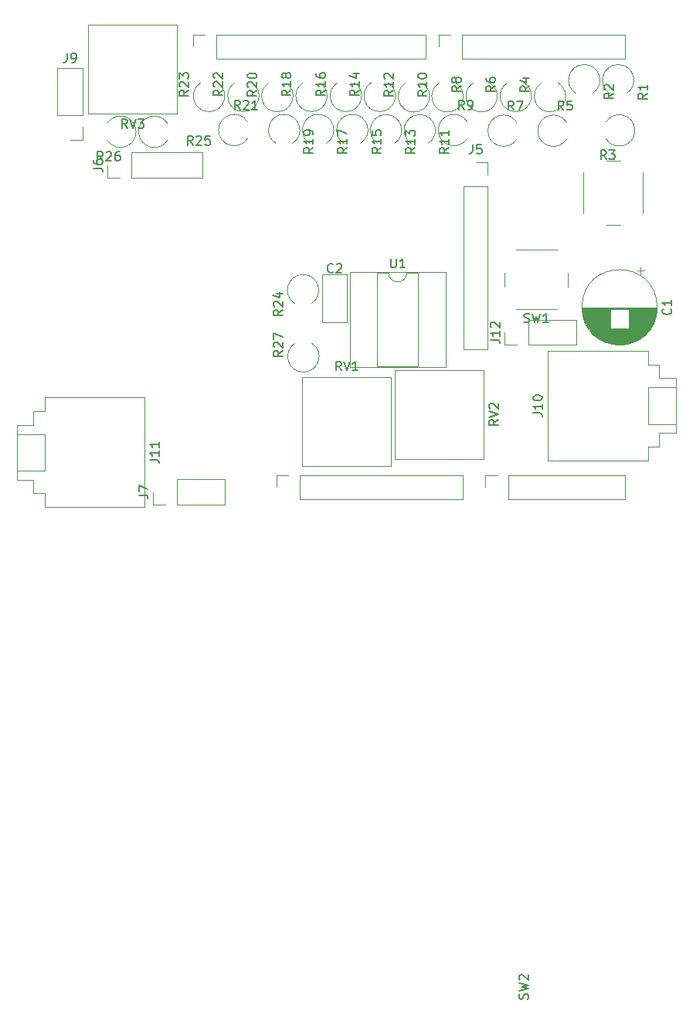
<source format=gbr>
%TF.GenerationSoftware,KiCad,Pcbnew,9.0.7*%
%TF.CreationDate,2026-02-04T15:49:08-07:00*%
%TF.ProjectId,Uno_Shield_DSP_Class_v1,556e6f5f-5368-4696-956c-645f4453505f,rev?*%
%TF.SameCoordinates,Original*%
%TF.FileFunction,Legend,Top*%
%TF.FilePolarity,Positive*%
%FSLAX46Y46*%
G04 Gerber Fmt 4.6, Leading zero omitted, Abs format (unit mm)*
G04 Created by KiCad (PCBNEW 9.0.7) date 2026-02-04 15:49:08*
%MOMM*%
%LPD*%
G01*
G04 APERTURE LIST*
%ADD10C,0.150000*%
%ADD11C,0.120000*%
G04 APERTURE END LIST*
D10*
X147170036Y-56069983D02*
X146836703Y-55593792D01*
X146598608Y-56069983D02*
X146598608Y-55069983D01*
X146598608Y-55069983D02*
X146979560Y-55069983D01*
X146979560Y-55069983D02*
X147074798Y-55117602D01*
X147074798Y-55117602D02*
X147122417Y-55165221D01*
X147122417Y-55165221D02*
X147170036Y-55260459D01*
X147170036Y-55260459D02*
X147170036Y-55403316D01*
X147170036Y-55403316D02*
X147122417Y-55498554D01*
X147122417Y-55498554D02*
X147074798Y-55546173D01*
X147074798Y-55546173D02*
X146979560Y-55593792D01*
X146979560Y-55593792D02*
X146598608Y-55593792D01*
X147646227Y-56069983D02*
X147836703Y-56069983D01*
X147836703Y-56069983D02*
X147931941Y-56022364D01*
X147931941Y-56022364D02*
X147979560Y-55974744D01*
X147979560Y-55974744D02*
X148074798Y-55831887D01*
X148074798Y-55831887D02*
X148122417Y-55641411D01*
X148122417Y-55641411D02*
X148122417Y-55260459D01*
X148122417Y-55260459D02*
X148074798Y-55165221D01*
X148074798Y-55165221D02*
X148027179Y-55117602D01*
X148027179Y-55117602D02*
X147931941Y-55069983D01*
X147931941Y-55069983D02*
X147741465Y-55069983D01*
X147741465Y-55069983D02*
X147646227Y-55117602D01*
X147646227Y-55117602D02*
X147598608Y-55165221D01*
X147598608Y-55165221D02*
X147550989Y-55260459D01*
X147550989Y-55260459D02*
X147550989Y-55498554D01*
X147550989Y-55498554D02*
X147598608Y-55593792D01*
X147598608Y-55593792D02*
X147646227Y-55641411D01*
X147646227Y-55641411D02*
X147741465Y-55689030D01*
X147741465Y-55689030D02*
X147931941Y-55689030D01*
X147931941Y-55689030D02*
X148027179Y-55641411D01*
X148027179Y-55641411D02*
X148074798Y-55593792D01*
X148074798Y-55593792D02*
X148122417Y-55498554D01*
X141800557Y-60269828D02*
X141324366Y-60603161D01*
X141800557Y-60841256D02*
X140800557Y-60841256D01*
X140800557Y-60841256D02*
X140800557Y-60460304D01*
X140800557Y-60460304D02*
X140848176Y-60365066D01*
X140848176Y-60365066D02*
X140895795Y-60317447D01*
X140895795Y-60317447D02*
X140991033Y-60269828D01*
X140991033Y-60269828D02*
X141133890Y-60269828D01*
X141133890Y-60269828D02*
X141229128Y-60317447D01*
X141229128Y-60317447D02*
X141276747Y-60365066D01*
X141276747Y-60365066D02*
X141324366Y-60460304D01*
X141324366Y-60460304D02*
X141324366Y-60841256D01*
X141800557Y-59317447D02*
X141800557Y-59888875D01*
X141800557Y-59603161D02*
X140800557Y-59603161D01*
X140800557Y-59603161D02*
X140943414Y-59698399D01*
X140943414Y-59698399D02*
X141038652Y-59793637D01*
X141038652Y-59793637D02*
X141086271Y-59888875D01*
X140800557Y-58984113D02*
X140800557Y-58365066D01*
X140800557Y-58365066D02*
X141181509Y-58698399D01*
X141181509Y-58698399D02*
X141181509Y-58555542D01*
X141181509Y-58555542D02*
X141229128Y-58460304D01*
X141229128Y-58460304D02*
X141276747Y-58412685D01*
X141276747Y-58412685D02*
X141371985Y-58365066D01*
X141371985Y-58365066D02*
X141610080Y-58365066D01*
X141610080Y-58365066D02*
X141705318Y-58412685D01*
X141705318Y-58412685D02*
X141752938Y-58460304D01*
X141752938Y-58460304D02*
X141800557Y-58555542D01*
X141800557Y-58555542D02*
X141800557Y-58841256D01*
X141800557Y-58841256D02*
X141752938Y-58936494D01*
X141752938Y-58936494D02*
X141705318Y-58984113D01*
X135660386Y-53969523D02*
X135184195Y-54302856D01*
X135660386Y-54540951D02*
X134660386Y-54540951D01*
X134660386Y-54540951D02*
X134660386Y-54159999D01*
X134660386Y-54159999D02*
X134708005Y-54064761D01*
X134708005Y-54064761D02*
X134755624Y-54017142D01*
X134755624Y-54017142D02*
X134850862Y-53969523D01*
X134850862Y-53969523D02*
X134993719Y-53969523D01*
X134993719Y-53969523D02*
X135088957Y-54017142D01*
X135088957Y-54017142D02*
X135136576Y-54064761D01*
X135136576Y-54064761D02*
X135184195Y-54159999D01*
X135184195Y-54159999D02*
X135184195Y-54540951D01*
X135660386Y-53017142D02*
X135660386Y-53588570D01*
X135660386Y-53302856D02*
X134660386Y-53302856D01*
X134660386Y-53302856D02*
X134803243Y-53398094D01*
X134803243Y-53398094D02*
X134898481Y-53493332D01*
X134898481Y-53493332D02*
X134946100Y-53588570D01*
X134993719Y-52159999D02*
X135660386Y-52159999D01*
X134612767Y-52398094D02*
X135327052Y-52636189D01*
X135327052Y-52636189D02*
X135327052Y-52017142D01*
X128192352Y-53969523D02*
X127716161Y-54302856D01*
X128192352Y-54540951D02*
X127192352Y-54540951D01*
X127192352Y-54540951D02*
X127192352Y-54159999D01*
X127192352Y-54159999D02*
X127239971Y-54064761D01*
X127239971Y-54064761D02*
X127287590Y-54017142D01*
X127287590Y-54017142D02*
X127382828Y-53969523D01*
X127382828Y-53969523D02*
X127525685Y-53969523D01*
X127525685Y-53969523D02*
X127620923Y-54017142D01*
X127620923Y-54017142D02*
X127668542Y-54064761D01*
X127668542Y-54064761D02*
X127716161Y-54159999D01*
X127716161Y-54159999D02*
X127716161Y-54540951D01*
X128192352Y-53017142D02*
X128192352Y-53588570D01*
X128192352Y-53302856D02*
X127192352Y-53302856D01*
X127192352Y-53302856D02*
X127335209Y-53398094D01*
X127335209Y-53398094D02*
X127430447Y-53493332D01*
X127430447Y-53493332D02*
X127478066Y-53588570D01*
X127620923Y-52445713D02*
X127573304Y-52540951D01*
X127573304Y-52540951D02*
X127525685Y-52588570D01*
X127525685Y-52588570D02*
X127430447Y-52636189D01*
X127430447Y-52636189D02*
X127382828Y-52636189D01*
X127382828Y-52636189D02*
X127287590Y-52588570D01*
X127287590Y-52588570D02*
X127239971Y-52540951D01*
X127239971Y-52540951D02*
X127192352Y-52445713D01*
X127192352Y-52445713D02*
X127192352Y-52255237D01*
X127192352Y-52255237D02*
X127239971Y-52159999D01*
X127239971Y-52159999D02*
X127287590Y-52112380D01*
X127287590Y-52112380D02*
X127382828Y-52064761D01*
X127382828Y-52064761D02*
X127430447Y-52064761D01*
X127430447Y-52064761D02*
X127525685Y-52112380D01*
X127525685Y-52112380D02*
X127573304Y-52159999D01*
X127573304Y-52159999D02*
X127620923Y-52255237D01*
X127620923Y-52255237D02*
X127620923Y-52445713D01*
X127620923Y-52445713D02*
X127668542Y-52540951D01*
X127668542Y-52540951D02*
X127716161Y-52588570D01*
X127716161Y-52588570D02*
X127811399Y-52636189D01*
X127811399Y-52636189D02*
X128001875Y-52636189D01*
X128001875Y-52636189D02*
X128097113Y-52588570D01*
X128097113Y-52588570D02*
X128144733Y-52540951D01*
X128144733Y-52540951D02*
X128192352Y-52445713D01*
X128192352Y-52445713D02*
X128192352Y-52255237D01*
X128192352Y-52255237D02*
X128144733Y-52159999D01*
X128144733Y-52159999D02*
X128097113Y-52112380D01*
X128097113Y-52112380D02*
X128001875Y-52064761D01*
X128001875Y-52064761D02*
X127811399Y-52064761D01*
X127811399Y-52064761D02*
X127716161Y-52112380D01*
X127716161Y-52112380D02*
X127668542Y-52159999D01*
X127668542Y-52159999D02*
X127620923Y-52255237D01*
X154328591Y-53527813D02*
X153852400Y-53861146D01*
X154328591Y-54099241D02*
X153328591Y-54099241D01*
X153328591Y-54099241D02*
X153328591Y-53718289D01*
X153328591Y-53718289D02*
X153376210Y-53623051D01*
X153376210Y-53623051D02*
X153423829Y-53575432D01*
X153423829Y-53575432D02*
X153519067Y-53527813D01*
X153519067Y-53527813D02*
X153661924Y-53527813D01*
X153661924Y-53527813D02*
X153757162Y-53575432D01*
X153757162Y-53575432D02*
X153804781Y-53623051D01*
X153804781Y-53623051D02*
X153852400Y-53718289D01*
X153852400Y-53718289D02*
X153852400Y-54099241D01*
X153661924Y-52670670D02*
X154328591Y-52670670D01*
X153280972Y-52908765D02*
X153995257Y-53146860D01*
X153995257Y-53146860D02*
X153995257Y-52527813D01*
X138103756Y-60245018D02*
X137627565Y-60578351D01*
X138103756Y-60816446D02*
X137103756Y-60816446D01*
X137103756Y-60816446D02*
X137103756Y-60435494D01*
X137103756Y-60435494D02*
X137151375Y-60340256D01*
X137151375Y-60340256D02*
X137198994Y-60292637D01*
X137198994Y-60292637D02*
X137294232Y-60245018D01*
X137294232Y-60245018D02*
X137437089Y-60245018D01*
X137437089Y-60245018D02*
X137532327Y-60292637D01*
X137532327Y-60292637D02*
X137579946Y-60340256D01*
X137579946Y-60340256D02*
X137627565Y-60435494D01*
X137627565Y-60435494D02*
X137627565Y-60816446D01*
X138103756Y-59292637D02*
X138103756Y-59864065D01*
X138103756Y-59578351D02*
X137103756Y-59578351D01*
X137103756Y-59578351D02*
X137246613Y-59673589D01*
X137246613Y-59673589D02*
X137341851Y-59768827D01*
X137341851Y-59768827D02*
X137389470Y-59864065D01*
X137103756Y-58387875D02*
X137103756Y-58864065D01*
X137103756Y-58864065D02*
X137579946Y-58911684D01*
X137579946Y-58911684D02*
X137532327Y-58864065D01*
X137532327Y-58864065D02*
X137484708Y-58768827D01*
X137484708Y-58768827D02*
X137484708Y-58530732D01*
X137484708Y-58530732D02*
X137532327Y-58435494D01*
X137532327Y-58435494D02*
X137579946Y-58387875D01*
X137579946Y-58387875D02*
X137675184Y-58340256D01*
X137675184Y-58340256D02*
X137913279Y-58340256D01*
X137913279Y-58340256D02*
X138008517Y-58387875D01*
X138008517Y-58387875D02*
X138056137Y-58435494D01*
X138056137Y-58435494D02*
X138103756Y-58530732D01*
X138103756Y-58530732D02*
X138103756Y-58768827D01*
X138103756Y-58768827D02*
X138056137Y-58864065D01*
X138056137Y-58864065D02*
X138008517Y-58911684D01*
X130635722Y-60245018D02*
X130159531Y-60578351D01*
X130635722Y-60816446D02*
X129635722Y-60816446D01*
X129635722Y-60816446D02*
X129635722Y-60435494D01*
X129635722Y-60435494D02*
X129683341Y-60340256D01*
X129683341Y-60340256D02*
X129730960Y-60292637D01*
X129730960Y-60292637D02*
X129826198Y-60245018D01*
X129826198Y-60245018D02*
X129969055Y-60245018D01*
X129969055Y-60245018D02*
X130064293Y-60292637D01*
X130064293Y-60292637D02*
X130111912Y-60340256D01*
X130111912Y-60340256D02*
X130159531Y-60435494D01*
X130159531Y-60435494D02*
X130159531Y-60816446D01*
X130635722Y-59292637D02*
X130635722Y-59864065D01*
X130635722Y-59578351D02*
X129635722Y-59578351D01*
X129635722Y-59578351D02*
X129778579Y-59673589D01*
X129778579Y-59673589D02*
X129873817Y-59768827D01*
X129873817Y-59768827D02*
X129921436Y-59864065D01*
X130635722Y-58816446D02*
X130635722Y-58625970D01*
X130635722Y-58625970D02*
X130588103Y-58530732D01*
X130588103Y-58530732D02*
X130540483Y-58483113D01*
X130540483Y-58483113D02*
X130397626Y-58387875D01*
X130397626Y-58387875D02*
X130207150Y-58340256D01*
X130207150Y-58340256D02*
X129826198Y-58340256D01*
X129826198Y-58340256D02*
X129730960Y-58387875D01*
X129730960Y-58387875D02*
X129683341Y-58435494D01*
X129683341Y-58435494D02*
X129635722Y-58530732D01*
X129635722Y-58530732D02*
X129635722Y-58721208D01*
X129635722Y-58721208D02*
X129683341Y-58816446D01*
X129683341Y-58816446D02*
X129730960Y-58864065D01*
X129730960Y-58864065D02*
X129826198Y-58911684D01*
X129826198Y-58911684D02*
X130064293Y-58911684D01*
X130064293Y-58911684D02*
X130159531Y-58864065D01*
X130159531Y-58864065D02*
X130207150Y-58816446D01*
X130207150Y-58816446D02*
X130254769Y-58721208D01*
X130254769Y-58721208D02*
X130254769Y-58530732D01*
X130254769Y-58530732D02*
X130207150Y-58435494D01*
X130207150Y-58435494D02*
X130159531Y-58387875D01*
X130159531Y-58387875D02*
X130064293Y-58340256D01*
X132833333Y-73859580D02*
X132785714Y-73907200D01*
X132785714Y-73907200D02*
X132642857Y-73954819D01*
X132642857Y-73954819D02*
X132547619Y-73954819D01*
X132547619Y-73954819D02*
X132404762Y-73907200D01*
X132404762Y-73907200D02*
X132309524Y-73811961D01*
X132309524Y-73811961D02*
X132261905Y-73716723D01*
X132261905Y-73716723D02*
X132214286Y-73526247D01*
X132214286Y-73526247D02*
X132214286Y-73383390D01*
X132214286Y-73383390D02*
X132261905Y-73192914D01*
X132261905Y-73192914D02*
X132309524Y-73097676D01*
X132309524Y-73097676D02*
X132404762Y-73002438D01*
X132404762Y-73002438D02*
X132547619Y-72954819D01*
X132547619Y-72954819D02*
X132642857Y-72954819D01*
X132642857Y-72954819D02*
X132785714Y-73002438D01*
X132785714Y-73002438D02*
X132833333Y-73050057D01*
X133214286Y-73050057D02*
X133261905Y-73002438D01*
X133261905Y-73002438D02*
X133357143Y-72954819D01*
X133357143Y-72954819D02*
X133595238Y-72954819D01*
X133595238Y-72954819D02*
X133690476Y-73002438D01*
X133690476Y-73002438D02*
X133738095Y-73050057D01*
X133738095Y-73050057D02*
X133785714Y-73145295D01*
X133785714Y-73145295D02*
X133785714Y-73240533D01*
X133785714Y-73240533D02*
X133738095Y-73383390D01*
X133738095Y-73383390D02*
X133166667Y-73954819D01*
X133166667Y-73954819D02*
X133785714Y-73954819D01*
X152608314Y-56144416D02*
X152274981Y-55668225D01*
X152036886Y-56144416D02*
X152036886Y-55144416D01*
X152036886Y-55144416D02*
X152417838Y-55144416D01*
X152417838Y-55144416D02*
X152513076Y-55192035D01*
X152513076Y-55192035D02*
X152560695Y-55239654D01*
X152560695Y-55239654D02*
X152608314Y-55334892D01*
X152608314Y-55334892D02*
X152608314Y-55477749D01*
X152608314Y-55477749D02*
X152560695Y-55572987D01*
X152560695Y-55572987D02*
X152513076Y-55620606D01*
X152513076Y-55620606D02*
X152417838Y-55668225D01*
X152417838Y-55668225D02*
X152036886Y-55668225D01*
X152941648Y-55144416D02*
X153608314Y-55144416D01*
X153608314Y-55144416D02*
X153179743Y-56144416D01*
X122617947Y-56071815D02*
X122284614Y-55595624D01*
X122046519Y-56071815D02*
X122046519Y-55071815D01*
X122046519Y-55071815D02*
X122427471Y-55071815D01*
X122427471Y-55071815D02*
X122522709Y-55119434D01*
X122522709Y-55119434D02*
X122570328Y-55167053D01*
X122570328Y-55167053D02*
X122617947Y-55262291D01*
X122617947Y-55262291D02*
X122617947Y-55405148D01*
X122617947Y-55405148D02*
X122570328Y-55500386D01*
X122570328Y-55500386D02*
X122522709Y-55548005D01*
X122522709Y-55548005D02*
X122427471Y-55595624D01*
X122427471Y-55595624D02*
X122046519Y-55595624D01*
X122998900Y-55167053D02*
X123046519Y-55119434D01*
X123046519Y-55119434D02*
X123141757Y-55071815D01*
X123141757Y-55071815D02*
X123379852Y-55071815D01*
X123379852Y-55071815D02*
X123475090Y-55119434D01*
X123475090Y-55119434D02*
X123522709Y-55167053D01*
X123522709Y-55167053D02*
X123570328Y-55262291D01*
X123570328Y-55262291D02*
X123570328Y-55357529D01*
X123570328Y-55357529D02*
X123522709Y-55500386D01*
X123522709Y-55500386D02*
X122951281Y-56071815D01*
X122951281Y-56071815D02*
X123570328Y-56071815D01*
X124522709Y-56071815D02*
X123951281Y-56071815D01*
X124236995Y-56071815D02*
X124236995Y-55071815D01*
X124236995Y-55071815D02*
X124141757Y-55214672D01*
X124141757Y-55214672D02*
X124046519Y-55309910D01*
X124046519Y-55309910D02*
X123951281Y-55357529D01*
X154152291Y-153523478D02*
X154199910Y-153380621D01*
X154199910Y-153380621D02*
X154199910Y-153142526D01*
X154199910Y-153142526D02*
X154152291Y-153047288D01*
X154152291Y-153047288D02*
X154104671Y-152999669D01*
X154104671Y-152999669D02*
X154009433Y-152952050D01*
X154009433Y-152952050D02*
X153914195Y-152952050D01*
X153914195Y-152952050D02*
X153818957Y-152999669D01*
X153818957Y-152999669D02*
X153771338Y-153047288D01*
X153771338Y-153047288D02*
X153723719Y-153142526D01*
X153723719Y-153142526D02*
X153676100Y-153333002D01*
X153676100Y-153333002D02*
X153628481Y-153428240D01*
X153628481Y-153428240D02*
X153580862Y-153475859D01*
X153580862Y-153475859D02*
X153485624Y-153523478D01*
X153485624Y-153523478D02*
X153390386Y-153523478D01*
X153390386Y-153523478D02*
X153295148Y-153475859D01*
X153295148Y-153475859D02*
X153247529Y-153428240D01*
X153247529Y-153428240D02*
X153199910Y-153333002D01*
X153199910Y-153333002D02*
X153199910Y-153094907D01*
X153199910Y-153094907D02*
X153247529Y-152952050D01*
X153199910Y-152618716D02*
X154199910Y-152380621D01*
X154199910Y-152380621D02*
X153485624Y-152190145D01*
X153485624Y-152190145D02*
X154199910Y-151999669D01*
X154199910Y-151999669D02*
X153199910Y-151761574D01*
X153295148Y-151428240D02*
X153247529Y-151380621D01*
X153247529Y-151380621D02*
X153199910Y-151285383D01*
X153199910Y-151285383D02*
X153199910Y-151047288D01*
X153199910Y-151047288D02*
X153247529Y-150952050D01*
X153247529Y-150952050D02*
X153295148Y-150904431D01*
X153295148Y-150904431D02*
X153390386Y-150856812D01*
X153390386Y-150856812D02*
X153485624Y-150856812D01*
X153485624Y-150856812D02*
X153628481Y-150904431D01*
X153628481Y-150904431D02*
X154199910Y-151475859D01*
X154199910Y-151475859D02*
X154199910Y-150856812D01*
X124445930Y-53994334D02*
X123969739Y-54327667D01*
X124445930Y-54565762D02*
X123445930Y-54565762D01*
X123445930Y-54565762D02*
X123445930Y-54184810D01*
X123445930Y-54184810D02*
X123493549Y-54089572D01*
X123493549Y-54089572D02*
X123541168Y-54041953D01*
X123541168Y-54041953D02*
X123636406Y-53994334D01*
X123636406Y-53994334D02*
X123779263Y-53994334D01*
X123779263Y-53994334D02*
X123874501Y-54041953D01*
X123874501Y-54041953D02*
X123922120Y-54089572D01*
X123922120Y-54089572D02*
X123969739Y-54184810D01*
X123969739Y-54184810D02*
X123969739Y-54565762D01*
X123541168Y-53613381D02*
X123493549Y-53565762D01*
X123493549Y-53565762D02*
X123445930Y-53470524D01*
X123445930Y-53470524D02*
X123445930Y-53232429D01*
X123445930Y-53232429D02*
X123493549Y-53137191D01*
X123493549Y-53137191D02*
X123541168Y-53089572D01*
X123541168Y-53089572D02*
X123636406Y-53041953D01*
X123636406Y-53041953D02*
X123731644Y-53041953D01*
X123731644Y-53041953D02*
X123874501Y-53089572D01*
X123874501Y-53089572D02*
X124445930Y-53661000D01*
X124445930Y-53661000D02*
X124445930Y-53041953D01*
X123445930Y-52422905D02*
X123445930Y-52327667D01*
X123445930Y-52327667D02*
X123493549Y-52232429D01*
X123493549Y-52232429D02*
X123541168Y-52184810D01*
X123541168Y-52184810D02*
X123636406Y-52137191D01*
X123636406Y-52137191D02*
X123826882Y-52089572D01*
X123826882Y-52089572D02*
X124064977Y-52089572D01*
X124064977Y-52089572D02*
X124255453Y-52137191D01*
X124255453Y-52137191D02*
X124350691Y-52184810D01*
X124350691Y-52184810D02*
X124398311Y-52232429D01*
X124398311Y-52232429D02*
X124445930Y-52327667D01*
X124445930Y-52327667D02*
X124445930Y-52422905D01*
X124445930Y-52422905D02*
X124398311Y-52518143D01*
X124398311Y-52518143D02*
X124350691Y-52565762D01*
X124350691Y-52565762D02*
X124255453Y-52613381D01*
X124255453Y-52613381D02*
X124064977Y-52661000D01*
X124064977Y-52661000D02*
X123826882Y-52661000D01*
X123826882Y-52661000D02*
X123636406Y-52613381D01*
X123636406Y-52613381D02*
X123541168Y-52565762D01*
X123541168Y-52565762D02*
X123493549Y-52518143D01*
X123493549Y-52518143D02*
X123445930Y-52422905D01*
X150582169Y-53503002D02*
X150105978Y-53836335D01*
X150582169Y-54074430D02*
X149582169Y-54074430D01*
X149582169Y-54074430D02*
X149582169Y-53693478D01*
X149582169Y-53693478D02*
X149629788Y-53598240D01*
X149629788Y-53598240D02*
X149677407Y-53550621D01*
X149677407Y-53550621D02*
X149772645Y-53503002D01*
X149772645Y-53503002D02*
X149915502Y-53503002D01*
X149915502Y-53503002D02*
X150010740Y-53550621D01*
X150010740Y-53550621D02*
X150058359Y-53598240D01*
X150058359Y-53598240D02*
X150105978Y-53693478D01*
X150105978Y-53693478D02*
X150105978Y-54074430D01*
X149582169Y-52645859D02*
X149582169Y-52836335D01*
X149582169Y-52836335D02*
X149629788Y-52931573D01*
X149629788Y-52931573D02*
X149677407Y-52979192D01*
X149677407Y-52979192D02*
X149820264Y-53074430D01*
X149820264Y-53074430D02*
X150010740Y-53122049D01*
X150010740Y-53122049D02*
X150391692Y-53122049D01*
X150391692Y-53122049D02*
X150486930Y-53074430D01*
X150486930Y-53074430D02*
X150534550Y-53026811D01*
X150534550Y-53026811D02*
X150582169Y-52931573D01*
X150582169Y-52931573D02*
X150582169Y-52741097D01*
X150582169Y-52741097D02*
X150534550Y-52645859D01*
X150534550Y-52645859D02*
X150486930Y-52598240D01*
X150486930Y-52598240D02*
X150391692Y-52550621D01*
X150391692Y-52550621D02*
X150153597Y-52550621D01*
X150153597Y-52550621D02*
X150058359Y-52598240D01*
X150058359Y-52598240D02*
X150010740Y-52645859D01*
X150010740Y-52645859D02*
X149963121Y-52741097D01*
X149963121Y-52741097D02*
X149963121Y-52931573D01*
X149963121Y-52931573D02*
X150010740Y-53026811D01*
X150010740Y-53026811D02*
X150058359Y-53074430D01*
X150058359Y-53074430D02*
X150153597Y-53122049D01*
X111534819Y-98333333D02*
X112249104Y-98333333D01*
X112249104Y-98333333D02*
X112391961Y-98380952D01*
X112391961Y-98380952D02*
X112487200Y-98476190D01*
X112487200Y-98476190D02*
X112534819Y-98619047D01*
X112534819Y-98619047D02*
X112534819Y-98714285D01*
X111534819Y-97952380D02*
X111534819Y-97285714D01*
X111534819Y-97285714D02*
X112534819Y-97714285D01*
X143096894Y-54015360D02*
X142620703Y-54348693D01*
X143096894Y-54586788D02*
X142096894Y-54586788D01*
X142096894Y-54586788D02*
X142096894Y-54205836D01*
X142096894Y-54205836D02*
X142144513Y-54110598D01*
X142144513Y-54110598D02*
X142192132Y-54062979D01*
X142192132Y-54062979D02*
X142287370Y-54015360D01*
X142287370Y-54015360D02*
X142430227Y-54015360D01*
X142430227Y-54015360D02*
X142525465Y-54062979D01*
X142525465Y-54062979D02*
X142573084Y-54110598D01*
X142573084Y-54110598D02*
X142620703Y-54205836D01*
X142620703Y-54205836D02*
X142620703Y-54586788D01*
X143096894Y-53062979D02*
X143096894Y-53634407D01*
X143096894Y-53348693D02*
X142096894Y-53348693D01*
X142096894Y-53348693D02*
X142239751Y-53443931D01*
X142239751Y-53443931D02*
X142334989Y-53539169D01*
X142334989Y-53539169D02*
X142382608Y-53634407D01*
X142096894Y-52443931D02*
X142096894Y-52348693D01*
X142096894Y-52348693D02*
X142144513Y-52253455D01*
X142144513Y-52253455D02*
X142192132Y-52205836D01*
X142192132Y-52205836D02*
X142287370Y-52158217D01*
X142287370Y-52158217D02*
X142477846Y-52110598D01*
X142477846Y-52110598D02*
X142715941Y-52110598D01*
X142715941Y-52110598D02*
X142906417Y-52158217D01*
X142906417Y-52158217D02*
X143001655Y-52205836D01*
X143001655Y-52205836D02*
X143049275Y-52253455D01*
X143049275Y-52253455D02*
X143096894Y-52348693D01*
X143096894Y-52348693D02*
X143096894Y-52443931D01*
X143096894Y-52443931D02*
X143049275Y-52539169D01*
X143049275Y-52539169D02*
X143001655Y-52586788D01*
X143001655Y-52586788D02*
X142906417Y-52634407D01*
X142906417Y-52634407D02*
X142715941Y-52682026D01*
X142715941Y-52682026D02*
X142477846Y-52682026D01*
X142477846Y-52682026D02*
X142287370Y-52634407D01*
X142287370Y-52634407D02*
X142192132Y-52586788D01*
X142192132Y-52586788D02*
X142144513Y-52539169D01*
X142144513Y-52539169D02*
X142096894Y-52443931D01*
X148124083Y-59922044D02*
X148124083Y-60636329D01*
X148124083Y-60636329D02*
X148076464Y-60779186D01*
X148076464Y-60779186D02*
X147981226Y-60874425D01*
X147981226Y-60874425D02*
X147838369Y-60922044D01*
X147838369Y-60922044D02*
X147743131Y-60922044D01*
X149076464Y-59922044D02*
X148600274Y-59922044D01*
X148600274Y-59922044D02*
X148552655Y-60398234D01*
X148552655Y-60398234D02*
X148600274Y-60350615D01*
X148600274Y-60350615D02*
X148695512Y-60302996D01*
X148695512Y-60302996D02*
X148933607Y-60302996D01*
X148933607Y-60302996D02*
X149028845Y-60350615D01*
X149028845Y-60350615D02*
X149076464Y-60398234D01*
X149076464Y-60398234D02*
X149124083Y-60493472D01*
X149124083Y-60493472D02*
X149124083Y-60731567D01*
X149124083Y-60731567D02*
X149076464Y-60826805D01*
X149076464Y-60826805D02*
X149028845Y-60874425D01*
X149028845Y-60874425D02*
X148933607Y-60922044D01*
X148933607Y-60922044D02*
X148695512Y-60922044D01*
X148695512Y-60922044D02*
X148600274Y-60874425D01*
X148600274Y-60874425D02*
X148552655Y-60826805D01*
X107596665Y-61697895D02*
X107263332Y-61221704D01*
X107025237Y-61697895D02*
X107025237Y-60697895D01*
X107025237Y-60697895D02*
X107406189Y-60697895D01*
X107406189Y-60697895D02*
X107501427Y-60745514D01*
X107501427Y-60745514D02*
X107549046Y-60793133D01*
X107549046Y-60793133D02*
X107596665Y-60888371D01*
X107596665Y-60888371D02*
X107596665Y-61031228D01*
X107596665Y-61031228D02*
X107549046Y-61126466D01*
X107549046Y-61126466D02*
X107501427Y-61174085D01*
X107501427Y-61174085D02*
X107406189Y-61221704D01*
X107406189Y-61221704D02*
X107025237Y-61221704D01*
X107977618Y-60793133D02*
X108025237Y-60745514D01*
X108025237Y-60745514D02*
X108120475Y-60697895D01*
X108120475Y-60697895D02*
X108358570Y-60697895D01*
X108358570Y-60697895D02*
X108453808Y-60745514D01*
X108453808Y-60745514D02*
X108501427Y-60793133D01*
X108501427Y-60793133D02*
X108549046Y-60888371D01*
X108549046Y-60888371D02*
X108549046Y-60983609D01*
X108549046Y-60983609D02*
X108501427Y-61126466D01*
X108501427Y-61126466D02*
X107929999Y-61697895D01*
X107929999Y-61697895D02*
X108549046Y-61697895D01*
X109406189Y-60697895D02*
X109215713Y-60697895D01*
X109215713Y-60697895D02*
X109120475Y-60745514D01*
X109120475Y-60745514D02*
X109072856Y-60793133D01*
X109072856Y-60793133D02*
X108977618Y-60935990D01*
X108977618Y-60935990D02*
X108929999Y-61126466D01*
X108929999Y-61126466D02*
X108929999Y-61507418D01*
X108929999Y-61507418D02*
X108977618Y-61602656D01*
X108977618Y-61602656D02*
X109025237Y-61650276D01*
X109025237Y-61650276D02*
X109120475Y-61697895D01*
X109120475Y-61697895D02*
X109310951Y-61697895D01*
X109310951Y-61697895D02*
X109406189Y-61650276D01*
X109406189Y-61650276D02*
X109453808Y-61602656D01*
X109453808Y-61602656D02*
X109501427Y-61507418D01*
X109501427Y-61507418D02*
X109501427Y-61269323D01*
X109501427Y-61269323D02*
X109453808Y-61174085D01*
X109453808Y-61174085D02*
X109406189Y-61126466D01*
X109406189Y-61126466D02*
X109310951Y-61078847D01*
X109310951Y-61078847D02*
X109120475Y-61078847D01*
X109120475Y-61078847D02*
X109025237Y-61126466D01*
X109025237Y-61126466D02*
X108977618Y-61174085D01*
X108977618Y-61174085D02*
X108929999Y-61269323D01*
X112744479Y-94449110D02*
X113458764Y-94449110D01*
X113458764Y-94449110D02*
X113601621Y-94496729D01*
X113601621Y-94496729D02*
X113696860Y-94591967D01*
X113696860Y-94591967D02*
X113744479Y-94734824D01*
X113744479Y-94734824D02*
X113744479Y-94830062D01*
X113744479Y-93449110D02*
X113744479Y-94020538D01*
X113744479Y-93734824D02*
X112744479Y-93734824D01*
X112744479Y-93734824D02*
X112887336Y-93830062D01*
X112887336Y-93830062D02*
X112982574Y-93925300D01*
X112982574Y-93925300D02*
X113030193Y-94020538D01*
X113744479Y-92496729D02*
X113744479Y-93068157D01*
X113744479Y-92782443D02*
X112744479Y-92782443D01*
X112744479Y-92782443D02*
X112887336Y-92877681D01*
X112887336Y-92877681D02*
X112982574Y-92972919D01*
X112982574Y-92972919D02*
X113030193Y-93068157D01*
X158074358Y-56144416D02*
X157741025Y-55668225D01*
X157502930Y-56144416D02*
X157502930Y-55144416D01*
X157502930Y-55144416D02*
X157883882Y-55144416D01*
X157883882Y-55144416D02*
X157979120Y-55192035D01*
X157979120Y-55192035D02*
X158026739Y-55239654D01*
X158026739Y-55239654D02*
X158074358Y-55334892D01*
X158074358Y-55334892D02*
X158074358Y-55477749D01*
X158074358Y-55477749D02*
X158026739Y-55572987D01*
X158026739Y-55572987D02*
X157979120Y-55620606D01*
X157979120Y-55620606D02*
X157883882Y-55668225D01*
X157883882Y-55668225D02*
X157502930Y-55668225D01*
X158979120Y-55144416D02*
X158502930Y-55144416D01*
X158502930Y-55144416D02*
X158455311Y-55620606D01*
X158455311Y-55620606D02*
X158502930Y-55572987D01*
X158502930Y-55572987D02*
X158598168Y-55525368D01*
X158598168Y-55525368D02*
X158836263Y-55525368D01*
X158836263Y-55525368D02*
X158931501Y-55572987D01*
X158931501Y-55572987D02*
X158979120Y-55620606D01*
X158979120Y-55620606D02*
X159026739Y-55715844D01*
X159026739Y-55715844D02*
X159026739Y-55953939D01*
X159026739Y-55953939D02*
X158979120Y-56049177D01*
X158979120Y-56049177D02*
X158931501Y-56096797D01*
X158931501Y-56096797D02*
X158836263Y-56144416D01*
X158836263Y-56144416D02*
X158598168Y-56144416D01*
X158598168Y-56144416D02*
X158502930Y-56096797D01*
X158502930Y-56096797D02*
X158455311Y-56049177D01*
X169825916Y-77916666D02*
X169873536Y-77964285D01*
X169873536Y-77964285D02*
X169921155Y-78107142D01*
X169921155Y-78107142D02*
X169921155Y-78202380D01*
X169921155Y-78202380D02*
X169873536Y-78345237D01*
X169873536Y-78345237D02*
X169778297Y-78440475D01*
X169778297Y-78440475D02*
X169683059Y-78488094D01*
X169683059Y-78488094D02*
X169492583Y-78535713D01*
X169492583Y-78535713D02*
X169349726Y-78535713D01*
X169349726Y-78535713D02*
X169159250Y-78488094D01*
X169159250Y-78488094D02*
X169064012Y-78440475D01*
X169064012Y-78440475D02*
X168968774Y-78345237D01*
X168968774Y-78345237D02*
X168921155Y-78202380D01*
X168921155Y-78202380D02*
X168921155Y-78107142D01*
X168921155Y-78107142D02*
X168968774Y-77964285D01*
X168968774Y-77964285D02*
X169016393Y-77916666D01*
X169921155Y-76964285D02*
X169921155Y-77535713D01*
X169921155Y-77249999D02*
X168921155Y-77249999D01*
X168921155Y-77249999D02*
X169064012Y-77345237D01*
X169064012Y-77345237D02*
X169159250Y-77440475D01*
X169159250Y-77440475D02*
X169206869Y-77535713D01*
X127292495Y-78041424D02*
X126816304Y-78374757D01*
X127292495Y-78612852D02*
X126292495Y-78612852D01*
X126292495Y-78612852D02*
X126292495Y-78231900D01*
X126292495Y-78231900D02*
X126340114Y-78136662D01*
X126340114Y-78136662D02*
X126387733Y-78089043D01*
X126387733Y-78089043D02*
X126482971Y-78041424D01*
X126482971Y-78041424D02*
X126625828Y-78041424D01*
X126625828Y-78041424D02*
X126721066Y-78089043D01*
X126721066Y-78089043D02*
X126768685Y-78136662D01*
X126768685Y-78136662D02*
X126816304Y-78231900D01*
X126816304Y-78231900D02*
X126816304Y-78612852D01*
X126387733Y-77660471D02*
X126340114Y-77612852D01*
X126340114Y-77612852D02*
X126292495Y-77517614D01*
X126292495Y-77517614D02*
X126292495Y-77279519D01*
X126292495Y-77279519D02*
X126340114Y-77184281D01*
X126340114Y-77184281D02*
X126387733Y-77136662D01*
X126387733Y-77136662D02*
X126482971Y-77089043D01*
X126482971Y-77089043D02*
X126578209Y-77089043D01*
X126578209Y-77089043D02*
X126721066Y-77136662D01*
X126721066Y-77136662D02*
X127292495Y-77708090D01*
X127292495Y-77708090D02*
X127292495Y-77089043D01*
X126625828Y-76231900D02*
X127292495Y-76231900D01*
X126244876Y-76469995D02*
X126959161Y-76708090D01*
X126959161Y-76708090D02*
X126959161Y-76089043D01*
X139406809Y-54019145D02*
X138930618Y-54352478D01*
X139406809Y-54590573D02*
X138406809Y-54590573D01*
X138406809Y-54590573D02*
X138406809Y-54209621D01*
X138406809Y-54209621D02*
X138454428Y-54114383D01*
X138454428Y-54114383D02*
X138502047Y-54066764D01*
X138502047Y-54066764D02*
X138597285Y-54019145D01*
X138597285Y-54019145D02*
X138740142Y-54019145D01*
X138740142Y-54019145D02*
X138835380Y-54066764D01*
X138835380Y-54066764D02*
X138882999Y-54114383D01*
X138882999Y-54114383D02*
X138930618Y-54209621D01*
X138930618Y-54209621D02*
X138930618Y-54590573D01*
X139406809Y-53066764D02*
X139406809Y-53638192D01*
X139406809Y-53352478D02*
X138406809Y-53352478D01*
X138406809Y-53352478D02*
X138549666Y-53447716D01*
X138549666Y-53447716D02*
X138644904Y-53542954D01*
X138644904Y-53542954D02*
X138692523Y-53638192D01*
X138502047Y-52685811D02*
X138454428Y-52638192D01*
X138454428Y-52638192D02*
X138406809Y-52542954D01*
X138406809Y-52542954D02*
X138406809Y-52304859D01*
X138406809Y-52304859D02*
X138454428Y-52209621D01*
X138454428Y-52209621D02*
X138502047Y-52162002D01*
X138502047Y-52162002D02*
X138597285Y-52114383D01*
X138597285Y-52114383D02*
X138692523Y-52114383D01*
X138692523Y-52114383D02*
X138835380Y-52162002D01*
X138835380Y-52162002D02*
X139406809Y-52733430D01*
X139406809Y-52733430D02*
X139406809Y-52114383D01*
X153759822Y-79374240D02*
X153902679Y-79421859D01*
X153902679Y-79421859D02*
X154140774Y-79421859D01*
X154140774Y-79421859D02*
X154236012Y-79374240D01*
X154236012Y-79374240D02*
X154283631Y-79326620D01*
X154283631Y-79326620D02*
X154331250Y-79231382D01*
X154331250Y-79231382D02*
X154331250Y-79136144D01*
X154331250Y-79136144D02*
X154283631Y-79040906D01*
X154283631Y-79040906D02*
X154236012Y-78993287D01*
X154236012Y-78993287D02*
X154140774Y-78945668D01*
X154140774Y-78945668D02*
X153950298Y-78898049D01*
X153950298Y-78898049D02*
X153855060Y-78850430D01*
X153855060Y-78850430D02*
X153807441Y-78802811D01*
X153807441Y-78802811D02*
X153759822Y-78707573D01*
X153759822Y-78707573D02*
X153759822Y-78612335D01*
X153759822Y-78612335D02*
X153807441Y-78517097D01*
X153807441Y-78517097D02*
X153855060Y-78469478D01*
X153855060Y-78469478D02*
X153950298Y-78421859D01*
X153950298Y-78421859D02*
X154188393Y-78421859D01*
X154188393Y-78421859D02*
X154331250Y-78469478D01*
X154664584Y-78421859D02*
X154902679Y-79421859D01*
X154902679Y-79421859D02*
X155093155Y-78707573D01*
X155093155Y-78707573D02*
X155283631Y-79421859D01*
X155283631Y-79421859D02*
X155521727Y-78421859D01*
X156426488Y-79421859D02*
X155855060Y-79421859D01*
X156140774Y-79421859D02*
X156140774Y-78421859D01*
X156140774Y-78421859D02*
X156045536Y-78564716D01*
X156045536Y-78564716D02*
X155950298Y-78659954D01*
X155950298Y-78659954D02*
X155855060Y-78707573D01*
X145497358Y-60269828D02*
X145021167Y-60603161D01*
X145497358Y-60841256D02*
X144497358Y-60841256D01*
X144497358Y-60841256D02*
X144497358Y-60460304D01*
X144497358Y-60460304D02*
X144544977Y-60365066D01*
X144544977Y-60365066D02*
X144592596Y-60317447D01*
X144592596Y-60317447D02*
X144687834Y-60269828D01*
X144687834Y-60269828D02*
X144830691Y-60269828D01*
X144830691Y-60269828D02*
X144925929Y-60317447D01*
X144925929Y-60317447D02*
X144973548Y-60365066D01*
X144973548Y-60365066D02*
X145021167Y-60460304D01*
X145021167Y-60460304D02*
X145021167Y-60841256D01*
X145497358Y-59317447D02*
X145497358Y-59888875D01*
X145497358Y-59603161D02*
X144497358Y-59603161D01*
X144497358Y-59603161D02*
X144640215Y-59698399D01*
X144640215Y-59698399D02*
X144735453Y-59793637D01*
X144735453Y-59793637D02*
X144783072Y-59888875D01*
X145497358Y-58365066D02*
X145497358Y-58936494D01*
X145497358Y-58650780D02*
X144497358Y-58650780D01*
X144497358Y-58650780D02*
X144640215Y-58746018D01*
X144640215Y-58746018D02*
X144735453Y-58841256D01*
X144735453Y-58841256D02*
X144783072Y-58936494D01*
X120724318Y-53969523D02*
X120248127Y-54302856D01*
X120724318Y-54540951D02*
X119724318Y-54540951D01*
X119724318Y-54540951D02*
X119724318Y-54159999D01*
X119724318Y-54159999D02*
X119771937Y-54064761D01*
X119771937Y-54064761D02*
X119819556Y-54017142D01*
X119819556Y-54017142D02*
X119914794Y-53969523D01*
X119914794Y-53969523D02*
X120057651Y-53969523D01*
X120057651Y-53969523D02*
X120152889Y-54017142D01*
X120152889Y-54017142D02*
X120200508Y-54064761D01*
X120200508Y-54064761D02*
X120248127Y-54159999D01*
X120248127Y-54159999D02*
X120248127Y-54540951D01*
X119819556Y-53588570D02*
X119771937Y-53540951D01*
X119771937Y-53540951D02*
X119724318Y-53445713D01*
X119724318Y-53445713D02*
X119724318Y-53207618D01*
X119724318Y-53207618D02*
X119771937Y-53112380D01*
X119771937Y-53112380D02*
X119819556Y-53064761D01*
X119819556Y-53064761D02*
X119914794Y-53017142D01*
X119914794Y-53017142D02*
X120010032Y-53017142D01*
X120010032Y-53017142D02*
X120152889Y-53064761D01*
X120152889Y-53064761D02*
X120724318Y-53636189D01*
X120724318Y-53636189D02*
X120724318Y-53017142D01*
X119819556Y-52636189D02*
X119771937Y-52588570D01*
X119771937Y-52588570D02*
X119724318Y-52493332D01*
X119724318Y-52493332D02*
X119724318Y-52255237D01*
X119724318Y-52255237D02*
X119771937Y-52159999D01*
X119771937Y-52159999D02*
X119819556Y-52112380D01*
X119819556Y-52112380D02*
X119914794Y-52064761D01*
X119914794Y-52064761D02*
X120010032Y-52064761D01*
X120010032Y-52064761D02*
X120152889Y-52112380D01*
X120152889Y-52112380D02*
X120724318Y-52683808D01*
X120724318Y-52683808D02*
X120724318Y-52064761D01*
X150074819Y-81309523D02*
X150789104Y-81309523D01*
X150789104Y-81309523D02*
X150931961Y-81357142D01*
X150931961Y-81357142D02*
X151027200Y-81452380D01*
X151027200Y-81452380D02*
X151074819Y-81595237D01*
X151074819Y-81595237D02*
X151074819Y-81690475D01*
X151074819Y-80309523D02*
X151074819Y-80880951D01*
X151074819Y-80595237D02*
X150074819Y-80595237D01*
X150074819Y-80595237D02*
X150217676Y-80690475D01*
X150217676Y-80690475D02*
X150312914Y-80785713D01*
X150312914Y-80785713D02*
X150360533Y-80880951D01*
X150170057Y-79928570D02*
X150122438Y-79880951D01*
X150122438Y-79880951D02*
X150074819Y-79785713D01*
X150074819Y-79785713D02*
X150074819Y-79547618D01*
X150074819Y-79547618D02*
X150122438Y-79452380D01*
X150122438Y-79452380D02*
X150170057Y-79404761D01*
X150170057Y-79404761D02*
X150265295Y-79357142D01*
X150265295Y-79357142D02*
X150360533Y-79357142D01*
X150360533Y-79357142D02*
X150503390Y-79404761D01*
X150503390Y-79404761D02*
X151074819Y-79976189D01*
X151074819Y-79976189D02*
X151074819Y-79357142D01*
X167245026Y-54312673D02*
X166768835Y-54646006D01*
X167245026Y-54884101D02*
X166245026Y-54884101D01*
X166245026Y-54884101D02*
X166245026Y-54503149D01*
X166245026Y-54503149D02*
X166292645Y-54407911D01*
X166292645Y-54407911D02*
X166340264Y-54360292D01*
X166340264Y-54360292D02*
X166435502Y-54312673D01*
X166435502Y-54312673D02*
X166578359Y-54312673D01*
X166578359Y-54312673D02*
X166673597Y-54360292D01*
X166673597Y-54360292D02*
X166721216Y-54407911D01*
X166721216Y-54407911D02*
X166768835Y-54503149D01*
X166768835Y-54503149D02*
X166768835Y-54884101D01*
X167245026Y-53360292D02*
X167245026Y-53931720D01*
X167245026Y-53646006D02*
X166245026Y-53646006D01*
X166245026Y-53646006D02*
X166387883Y-53741244D01*
X166387883Y-53741244D02*
X166483121Y-53836482D01*
X166483121Y-53836482D02*
X166530740Y-53931720D01*
X127307465Y-82509163D02*
X126831274Y-82842496D01*
X127307465Y-83080591D02*
X126307465Y-83080591D01*
X126307465Y-83080591D02*
X126307465Y-82699639D01*
X126307465Y-82699639D02*
X126355084Y-82604401D01*
X126355084Y-82604401D02*
X126402703Y-82556782D01*
X126402703Y-82556782D02*
X126497941Y-82509163D01*
X126497941Y-82509163D02*
X126640798Y-82509163D01*
X126640798Y-82509163D02*
X126736036Y-82556782D01*
X126736036Y-82556782D02*
X126783655Y-82604401D01*
X126783655Y-82604401D02*
X126831274Y-82699639D01*
X126831274Y-82699639D02*
X126831274Y-83080591D01*
X126402703Y-82128210D02*
X126355084Y-82080591D01*
X126355084Y-82080591D02*
X126307465Y-81985353D01*
X126307465Y-81985353D02*
X126307465Y-81747258D01*
X126307465Y-81747258D02*
X126355084Y-81652020D01*
X126355084Y-81652020D02*
X126402703Y-81604401D01*
X126402703Y-81604401D02*
X126497941Y-81556782D01*
X126497941Y-81556782D02*
X126593179Y-81556782D01*
X126593179Y-81556782D02*
X126736036Y-81604401D01*
X126736036Y-81604401D02*
X127307465Y-82175829D01*
X127307465Y-82175829D02*
X127307465Y-81556782D01*
X126307465Y-81223448D02*
X126307465Y-80556782D01*
X126307465Y-80556782D02*
X127307465Y-80985353D01*
X134357334Y-60245018D02*
X133881143Y-60578351D01*
X134357334Y-60816446D02*
X133357334Y-60816446D01*
X133357334Y-60816446D02*
X133357334Y-60435494D01*
X133357334Y-60435494D02*
X133404953Y-60340256D01*
X133404953Y-60340256D02*
X133452572Y-60292637D01*
X133452572Y-60292637D02*
X133547810Y-60245018D01*
X133547810Y-60245018D02*
X133690667Y-60245018D01*
X133690667Y-60245018D02*
X133785905Y-60292637D01*
X133785905Y-60292637D02*
X133833524Y-60340256D01*
X133833524Y-60340256D02*
X133881143Y-60435494D01*
X133881143Y-60435494D02*
X133881143Y-60816446D01*
X134357334Y-59292637D02*
X134357334Y-59864065D01*
X134357334Y-59578351D02*
X133357334Y-59578351D01*
X133357334Y-59578351D02*
X133500191Y-59673589D01*
X133500191Y-59673589D02*
X133595429Y-59768827D01*
X133595429Y-59768827D02*
X133643048Y-59864065D01*
X133357334Y-58959303D02*
X133357334Y-58292637D01*
X133357334Y-58292637D02*
X134357334Y-58721208D01*
X117458277Y-59977895D02*
X117124944Y-59501704D01*
X116886849Y-59977895D02*
X116886849Y-58977895D01*
X116886849Y-58977895D02*
X117267801Y-58977895D01*
X117267801Y-58977895D02*
X117363039Y-59025514D01*
X117363039Y-59025514D02*
X117410658Y-59073133D01*
X117410658Y-59073133D02*
X117458277Y-59168371D01*
X117458277Y-59168371D02*
X117458277Y-59311228D01*
X117458277Y-59311228D02*
X117410658Y-59406466D01*
X117410658Y-59406466D02*
X117363039Y-59454085D01*
X117363039Y-59454085D02*
X117267801Y-59501704D01*
X117267801Y-59501704D02*
X116886849Y-59501704D01*
X117839230Y-59073133D02*
X117886849Y-59025514D01*
X117886849Y-59025514D02*
X117982087Y-58977895D01*
X117982087Y-58977895D02*
X118220182Y-58977895D01*
X118220182Y-58977895D02*
X118315420Y-59025514D01*
X118315420Y-59025514D02*
X118363039Y-59073133D01*
X118363039Y-59073133D02*
X118410658Y-59168371D01*
X118410658Y-59168371D02*
X118410658Y-59263609D01*
X118410658Y-59263609D02*
X118363039Y-59406466D01*
X118363039Y-59406466D02*
X117791611Y-59977895D01*
X117791611Y-59977895D02*
X118410658Y-59977895D01*
X119315420Y-58977895D02*
X118839230Y-58977895D01*
X118839230Y-58977895D02*
X118791611Y-59454085D01*
X118791611Y-59454085D02*
X118839230Y-59406466D01*
X118839230Y-59406466D02*
X118934468Y-59358847D01*
X118934468Y-59358847D02*
X119172563Y-59358847D01*
X119172563Y-59358847D02*
X119267801Y-59406466D01*
X119267801Y-59406466D02*
X119315420Y-59454085D01*
X119315420Y-59454085D02*
X119363039Y-59549323D01*
X119363039Y-59549323D02*
X119363039Y-59787418D01*
X119363039Y-59787418D02*
X119315420Y-59882656D01*
X119315420Y-59882656D02*
X119267801Y-59930276D01*
X119267801Y-59930276D02*
X119172563Y-59977895D01*
X119172563Y-59977895D02*
X118934468Y-59977895D01*
X118934468Y-59977895D02*
X118839230Y-59930276D01*
X118839230Y-59930276D02*
X118791611Y-59882656D01*
X131963585Y-53969523D02*
X131487394Y-54302856D01*
X131963585Y-54540951D02*
X130963585Y-54540951D01*
X130963585Y-54540951D02*
X130963585Y-54159999D01*
X130963585Y-54159999D02*
X131011204Y-54064761D01*
X131011204Y-54064761D02*
X131058823Y-54017142D01*
X131058823Y-54017142D02*
X131154061Y-53969523D01*
X131154061Y-53969523D02*
X131296918Y-53969523D01*
X131296918Y-53969523D02*
X131392156Y-54017142D01*
X131392156Y-54017142D02*
X131439775Y-54064761D01*
X131439775Y-54064761D02*
X131487394Y-54159999D01*
X131487394Y-54159999D02*
X131487394Y-54540951D01*
X131963585Y-53017142D02*
X131963585Y-53588570D01*
X131963585Y-53302856D02*
X130963585Y-53302856D01*
X130963585Y-53302856D02*
X131106442Y-53398094D01*
X131106442Y-53398094D02*
X131201680Y-53493332D01*
X131201680Y-53493332D02*
X131249299Y-53588570D01*
X130963585Y-52159999D02*
X130963585Y-52350475D01*
X130963585Y-52350475D02*
X131011204Y-52445713D01*
X131011204Y-52445713D02*
X131058823Y-52493332D01*
X131058823Y-52493332D02*
X131201680Y-52588570D01*
X131201680Y-52588570D02*
X131392156Y-52636189D01*
X131392156Y-52636189D02*
X131773108Y-52636189D01*
X131773108Y-52636189D02*
X131868346Y-52588570D01*
X131868346Y-52588570D02*
X131915966Y-52540951D01*
X131915966Y-52540951D02*
X131963585Y-52445713D01*
X131963585Y-52445713D02*
X131963585Y-52255237D01*
X131963585Y-52255237D02*
X131915966Y-52159999D01*
X131915966Y-52159999D02*
X131868346Y-52112380D01*
X131868346Y-52112380D02*
X131773108Y-52064761D01*
X131773108Y-52064761D02*
X131535013Y-52064761D01*
X131535013Y-52064761D02*
X131439775Y-52112380D01*
X131439775Y-52112380D02*
X131392156Y-52159999D01*
X131392156Y-52159999D02*
X131344537Y-52255237D01*
X131344537Y-52255237D02*
X131344537Y-52445713D01*
X131344537Y-52445713D02*
X131392156Y-52540951D01*
X131392156Y-52540951D02*
X131439775Y-52588570D01*
X131439775Y-52588570D02*
X131535013Y-52636189D01*
X133710877Y-84677634D02*
X133377544Y-84201443D01*
X133139449Y-84677634D02*
X133139449Y-83677634D01*
X133139449Y-83677634D02*
X133520401Y-83677634D01*
X133520401Y-83677634D02*
X133615639Y-83725253D01*
X133615639Y-83725253D02*
X133663258Y-83772872D01*
X133663258Y-83772872D02*
X133710877Y-83868110D01*
X133710877Y-83868110D02*
X133710877Y-84010967D01*
X133710877Y-84010967D02*
X133663258Y-84106205D01*
X133663258Y-84106205D02*
X133615639Y-84153824D01*
X133615639Y-84153824D02*
X133520401Y-84201443D01*
X133520401Y-84201443D02*
X133139449Y-84201443D01*
X133996592Y-83677634D02*
X134329925Y-84677634D01*
X134329925Y-84677634D02*
X134663258Y-83677634D01*
X135520401Y-84677634D02*
X134948973Y-84677634D01*
X135234687Y-84677634D02*
X135234687Y-83677634D01*
X135234687Y-83677634D02*
X135139449Y-83820491D01*
X135139449Y-83820491D02*
X135044211Y-83915729D01*
X135044211Y-83915729D02*
X134948973Y-83963348D01*
X163523414Y-54304993D02*
X163047223Y-54638326D01*
X163523414Y-54876421D02*
X162523414Y-54876421D01*
X162523414Y-54876421D02*
X162523414Y-54495469D01*
X162523414Y-54495469D02*
X162571033Y-54400231D01*
X162571033Y-54400231D02*
X162618652Y-54352612D01*
X162618652Y-54352612D02*
X162713890Y-54304993D01*
X162713890Y-54304993D02*
X162856747Y-54304993D01*
X162856747Y-54304993D02*
X162951985Y-54352612D01*
X162951985Y-54352612D02*
X162999604Y-54400231D01*
X162999604Y-54400231D02*
X163047223Y-54495469D01*
X163047223Y-54495469D02*
X163047223Y-54876421D01*
X162618652Y-53924040D02*
X162571033Y-53876421D01*
X162571033Y-53876421D02*
X162523414Y-53781183D01*
X162523414Y-53781183D02*
X162523414Y-53543088D01*
X162523414Y-53543088D02*
X162571033Y-53447850D01*
X162571033Y-53447850D02*
X162618652Y-53400231D01*
X162618652Y-53400231D02*
X162713890Y-53352612D01*
X162713890Y-53352612D02*
X162809128Y-53352612D01*
X162809128Y-53352612D02*
X162951985Y-53400231D01*
X162951985Y-53400231D02*
X163523414Y-53971659D01*
X163523414Y-53971659D02*
X163523414Y-53352612D01*
X139146054Y-72418016D02*
X139146054Y-73227539D01*
X139146054Y-73227539D02*
X139193673Y-73322777D01*
X139193673Y-73322777D02*
X139241292Y-73370397D01*
X139241292Y-73370397D02*
X139336530Y-73418016D01*
X139336530Y-73418016D02*
X139527006Y-73418016D01*
X139527006Y-73418016D02*
X139622244Y-73370397D01*
X139622244Y-73370397D02*
X139669863Y-73322777D01*
X139669863Y-73322777D02*
X139717482Y-73227539D01*
X139717482Y-73227539D02*
X139717482Y-72418016D01*
X140717482Y-73418016D02*
X140146054Y-73418016D01*
X140431768Y-73418016D02*
X140431768Y-72418016D01*
X140431768Y-72418016D02*
X140336530Y-72560873D01*
X140336530Y-72560873D02*
X140241292Y-72656111D01*
X140241292Y-72656111D02*
X140146054Y-72703730D01*
X103666666Y-49914819D02*
X103666666Y-50629104D01*
X103666666Y-50629104D02*
X103619047Y-50771961D01*
X103619047Y-50771961D02*
X103523809Y-50867200D01*
X103523809Y-50867200D02*
X103380952Y-50914819D01*
X103380952Y-50914819D02*
X103285714Y-50914819D01*
X104190476Y-50914819D02*
X104380952Y-50914819D01*
X104380952Y-50914819D02*
X104476190Y-50867200D01*
X104476190Y-50867200D02*
X104523809Y-50819580D01*
X104523809Y-50819580D02*
X104619047Y-50676723D01*
X104619047Y-50676723D02*
X104666666Y-50486247D01*
X104666666Y-50486247D02*
X104666666Y-50105295D01*
X104666666Y-50105295D02*
X104619047Y-50010057D01*
X104619047Y-50010057D02*
X104571428Y-49962438D01*
X104571428Y-49962438D02*
X104476190Y-49914819D01*
X104476190Y-49914819D02*
X104285714Y-49914819D01*
X104285714Y-49914819D02*
X104190476Y-49962438D01*
X104190476Y-49962438D02*
X104142857Y-50010057D01*
X104142857Y-50010057D02*
X104095238Y-50105295D01*
X104095238Y-50105295D02*
X104095238Y-50343390D01*
X104095238Y-50343390D02*
X104142857Y-50438628D01*
X104142857Y-50438628D02*
X104190476Y-50486247D01*
X104190476Y-50486247D02*
X104285714Y-50533866D01*
X104285714Y-50533866D02*
X104476190Y-50533866D01*
X104476190Y-50533866D02*
X104571428Y-50486247D01*
X104571428Y-50486247D02*
X104619047Y-50438628D01*
X104619047Y-50438628D02*
X104666666Y-50343390D01*
X162745127Y-61547199D02*
X162411794Y-61071008D01*
X162173699Y-61547199D02*
X162173699Y-60547199D01*
X162173699Y-60547199D02*
X162554651Y-60547199D01*
X162554651Y-60547199D02*
X162649889Y-60594818D01*
X162649889Y-60594818D02*
X162697508Y-60642437D01*
X162697508Y-60642437D02*
X162745127Y-60737675D01*
X162745127Y-60737675D02*
X162745127Y-60880532D01*
X162745127Y-60880532D02*
X162697508Y-60975770D01*
X162697508Y-60975770D02*
X162649889Y-61023389D01*
X162649889Y-61023389D02*
X162554651Y-61071008D01*
X162554651Y-61071008D02*
X162173699Y-61071008D01*
X163078461Y-60547199D02*
X163697508Y-60547199D01*
X163697508Y-60547199D02*
X163364175Y-60928151D01*
X163364175Y-60928151D02*
X163507032Y-60928151D01*
X163507032Y-60928151D02*
X163602270Y-60975770D01*
X163602270Y-60975770D02*
X163649889Y-61023389D01*
X163649889Y-61023389D02*
X163697508Y-61118627D01*
X163697508Y-61118627D02*
X163697508Y-61356722D01*
X163697508Y-61356722D02*
X163649889Y-61451960D01*
X163649889Y-61451960D02*
X163602270Y-61499580D01*
X163602270Y-61499580D02*
X163507032Y-61547199D01*
X163507032Y-61547199D02*
X163221318Y-61547199D01*
X163221318Y-61547199D02*
X163126080Y-61499580D01*
X163126080Y-61499580D02*
X163078461Y-61451960D01*
X154733812Y-89338926D02*
X155448097Y-89338926D01*
X155448097Y-89338926D02*
X155590954Y-89386545D01*
X155590954Y-89386545D02*
X155686193Y-89481783D01*
X155686193Y-89481783D02*
X155733812Y-89624640D01*
X155733812Y-89624640D02*
X155733812Y-89719878D01*
X155733812Y-88338926D02*
X155733812Y-88910354D01*
X155733812Y-88624640D02*
X154733812Y-88624640D01*
X154733812Y-88624640D02*
X154876669Y-88719878D01*
X154876669Y-88719878D02*
X154971907Y-88815116D01*
X154971907Y-88815116D02*
X155019526Y-88910354D01*
X154733812Y-87719878D02*
X154733812Y-87624640D01*
X154733812Y-87624640D02*
X154781431Y-87529402D01*
X154781431Y-87529402D02*
X154829050Y-87481783D01*
X154829050Y-87481783D02*
X154924288Y-87434164D01*
X154924288Y-87434164D02*
X155114764Y-87386545D01*
X155114764Y-87386545D02*
X155352859Y-87386545D01*
X155352859Y-87386545D02*
X155543335Y-87434164D01*
X155543335Y-87434164D02*
X155638573Y-87481783D01*
X155638573Y-87481783D02*
X155686193Y-87529402D01*
X155686193Y-87529402D02*
X155733812Y-87624640D01*
X155733812Y-87624640D02*
X155733812Y-87719878D01*
X155733812Y-87719878D02*
X155686193Y-87815116D01*
X155686193Y-87815116D02*
X155638573Y-87862735D01*
X155638573Y-87862735D02*
X155543335Y-87910354D01*
X155543335Y-87910354D02*
X155352859Y-87957973D01*
X155352859Y-87957973D02*
X155114764Y-87957973D01*
X155114764Y-87957973D02*
X154924288Y-87910354D01*
X154924288Y-87910354D02*
X154829050Y-87862735D01*
X154829050Y-87862735D02*
X154781431Y-87815116D01*
X154781431Y-87815116D02*
X154733812Y-87719878D01*
X110255108Y-58126522D02*
X109921775Y-57650331D01*
X109683680Y-58126522D02*
X109683680Y-57126522D01*
X109683680Y-57126522D02*
X110064632Y-57126522D01*
X110064632Y-57126522D02*
X110159870Y-57174141D01*
X110159870Y-57174141D02*
X110207489Y-57221760D01*
X110207489Y-57221760D02*
X110255108Y-57316998D01*
X110255108Y-57316998D02*
X110255108Y-57459855D01*
X110255108Y-57459855D02*
X110207489Y-57555093D01*
X110207489Y-57555093D02*
X110159870Y-57602712D01*
X110159870Y-57602712D02*
X110064632Y-57650331D01*
X110064632Y-57650331D02*
X109683680Y-57650331D01*
X110540823Y-57126522D02*
X110874156Y-58126522D01*
X110874156Y-58126522D02*
X111207489Y-57126522D01*
X111445585Y-57126522D02*
X112064632Y-57126522D01*
X112064632Y-57126522D02*
X111731299Y-57507474D01*
X111731299Y-57507474D02*
X111874156Y-57507474D01*
X111874156Y-57507474D02*
X111969394Y-57555093D01*
X111969394Y-57555093D02*
X112017013Y-57602712D01*
X112017013Y-57602712D02*
X112064632Y-57697950D01*
X112064632Y-57697950D02*
X112064632Y-57936045D01*
X112064632Y-57936045D02*
X112017013Y-58031283D01*
X112017013Y-58031283D02*
X111969394Y-58078903D01*
X111969394Y-58078903D02*
X111874156Y-58126522D01*
X111874156Y-58126522D02*
X111588442Y-58126522D01*
X111588442Y-58126522D02*
X111493204Y-58078903D01*
X111493204Y-58078903D02*
X111445585Y-58031283D01*
X150929819Y-90080238D02*
X150453628Y-90413571D01*
X150929819Y-90651666D02*
X149929819Y-90651666D01*
X149929819Y-90651666D02*
X149929819Y-90270714D01*
X149929819Y-90270714D02*
X149977438Y-90175476D01*
X149977438Y-90175476D02*
X150025057Y-90127857D01*
X150025057Y-90127857D02*
X150120295Y-90080238D01*
X150120295Y-90080238D02*
X150263152Y-90080238D01*
X150263152Y-90080238D02*
X150358390Y-90127857D01*
X150358390Y-90127857D02*
X150406009Y-90175476D01*
X150406009Y-90175476D02*
X150453628Y-90270714D01*
X150453628Y-90270714D02*
X150453628Y-90651666D01*
X149929819Y-89794523D02*
X150929819Y-89461190D01*
X150929819Y-89461190D02*
X149929819Y-89127857D01*
X150025057Y-88842142D02*
X149977438Y-88794523D01*
X149977438Y-88794523D02*
X149929819Y-88699285D01*
X149929819Y-88699285D02*
X149929819Y-88461190D01*
X149929819Y-88461190D02*
X149977438Y-88365952D01*
X149977438Y-88365952D02*
X150025057Y-88318333D01*
X150025057Y-88318333D02*
X150120295Y-88270714D01*
X150120295Y-88270714D02*
X150215533Y-88270714D01*
X150215533Y-88270714D02*
X150358390Y-88318333D01*
X150358390Y-88318333D02*
X150929819Y-88889761D01*
X150929819Y-88889761D02*
X150929819Y-88270714D01*
X146835746Y-53527813D02*
X146359555Y-53861146D01*
X146835746Y-54099241D02*
X145835746Y-54099241D01*
X145835746Y-54099241D02*
X145835746Y-53718289D01*
X145835746Y-53718289D02*
X145883365Y-53623051D01*
X145883365Y-53623051D02*
X145930984Y-53575432D01*
X145930984Y-53575432D02*
X146026222Y-53527813D01*
X146026222Y-53527813D02*
X146169079Y-53527813D01*
X146169079Y-53527813D02*
X146264317Y-53575432D01*
X146264317Y-53575432D02*
X146311936Y-53623051D01*
X146311936Y-53623051D02*
X146359555Y-53718289D01*
X146359555Y-53718289D02*
X146359555Y-54099241D01*
X146264317Y-52956384D02*
X146216698Y-53051622D01*
X146216698Y-53051622D02*
X146169079Y-53099241D01*
X146169079Y-53099241D02*
X146073841Y-53146860D01*
X146073841Y-53146860D02*
X146026222Y-53146860D01*
X146026222Y-53146860D02*
X145930984Y-53099241D01*
X145930984Y-53099241D02*
X145883365Y-53051622D01*
X145883365Y-53051622D02*
X145835746Y-52956384D01*
X145835746Y-52956384D02*
X145835746Y-52765908D01*
X145835746Y-52765908D02*
X145883365Y-52670670D01*
X145883365Y-52670670D02*
X145930984Y-52623051D01*
X145930984Y-52623051D02*
X146026222Y-52575432D01*
X146026222Y-52575432D02*
X146073841Y-52575432D01*
X146073841Y-52575432D02*
X146169079Y-52623051D01*
X146169079Y-52623051D02*
X146216698Y-52670670D01*
X146216698Y-52670670D02*
X146264317Y-52765908D01*
X146264317Y-52765908D02*
X146264317Y-52956384D01*
X146264317Y-52956384D02*
X146311936Y-53051622D01*
X146311936Y-53051622D02*
X146359555Y-53099241D01*
X146359555Y-53099241D02*
X146454793Y-53146860D01*
X146454793Y-53146860D02*
X146645269Y-53146860D01*
X146645269Y-53146860D02*
X146740507Y-53099241D01*
X146740507Y-53099241D02*
X146788127Y-53051622D01*
X146788127Y-53051622D02*
X146835746Y-52956384D01*
X146835746Y-52956384D02*
X146835746Y-52765908D01*
X146835746Y-52765908D02*
X146788127Y-52670670D01*
X146788127Y-52670670D02*
X146740507Y-52623051D01*
X146740507Y-52623051D02*
X146645269Y-52575432D01*
X146645269Y-52575432D02*
X146454793Y-52575432D01*
X146454793Y-52575432D02*
X146359555Y-52623051D01*
X146359555Y-52623051D02*
X146311936Y-52670670D01*
X146311936Y-52670670D02*
X146264317Y-52765908D01*
X106551778Y-62508241D02*
X107266063Y-62508241D01*
X107266063Y-62508241D02*
X107408920Y-62555860D01*
X107408920Y-62555860D02*
X107504159Y-62651098D01*
X107504159Y-62651098D02*
X107551778Y-62793955D01*
X107551778Y-62793955D02*
X107551778Y-62889193D01*
X106551778Y-61603479D02*
X106551778Y-61793955D01*
X106551778Y-61793955D02*
X106599397Y-61889193D01*
X106599397Y-61889193D02*
X106647016Y-61936812D01*
X106647016Y-61936812D02*
X106789873Y-62032050D01*
X106789873Y-62032050D02*
X106980349Y-62079669D01*
X106980349Y-62079669D02*
X107361301Y-62079669D01*
X107361301Y-62079669D02*
X107456539Y-62032050D01*
X107456539Y-62032050D02*
X107504159Y-61984431D01*
X107504159Y-61984431D02*
X107551778Y-61889193D01*
X107551778Y-61889193D02*
X107551778Y-61698717D01*
X107551778Y-61698717D02*
X107504159Y-61603479D01*
X107504159Y-61603479D02*
X107456539Y-61555860D01*
X107456539Y-61555860D02*
X107361301Y-61508241D01*
X107361301Y-61508241D02*
X107123206Y-61508241D01*
X107123206Y-61508241D02*
X107027968Y-61555860D01*
X107027968Y-61555860D02*
X106980349Y-61603479D01*
X106980349Y-61603479D02*
X106932730Y-61698717D01*
X106932730Y-61698717D02*
X106932730Y-61889193D01*
X106932730Y-61889193D02*
X106980349Y-61984431D01*
X106980349Y-61984431D02*
X107027968Y-62032050D01*
X107027968Y-62032050D02*
X107123206Y-62079669D01*
X116967053Y-53974358D02*
X116490862Y-54307691D01*
X116967053Y-54545786D02*
X115967053Y-54545786D01*
X115967053Y-54545786D02*
X115967053Y-54164834D01*
X115967053Y-54164834D02*
X116014672Y-54069596D01*
X116014672Y-54069596D02*
X116062291Y-54021977D01*
X116062291Y-54021977D02*
X116157529Y-53974358D01*
X116157529Y-53974358D02*
X116300386Y-53974358D01*
X116300386Y-53974358D02*
X116395624Y-54021977D01*
X116395624Y-54021977D02*
X116443243Y-54069596D01*
X116443243Y-54069596D02*
X116490862Y-54164834D01*
X116490862Y-54164834D02*
X116490862Y-54545786D01*
X116062291Y-53593405D02*
X116014672Y-53545786D01*
X116014672Y-53545786D02*
X115967053Y-53450548D01*
X115967053Y-53450548D02*
X115967053Y-53212453D01*
X115967053Y-53212453D02*
X116014672Y-53117215D01*
X116014672Y-53117215D02*
X116062291Y-53069596D01*
X116062291Y-53069596D02*
X116157529Y-53021977D01*
X116157529Y-53021977D02*
X116252767Y-53021977D01*
X116252767Y-53021977D02*
X116395624Y-53069596D01*
X116395624Y-53069596D02*
X116967053Y-53641024D01*
X116967053Y-53641024D02*
X116967053Y-53021977D01*
X115967053Y-52688643D02*
X115967053Y-52069596D01*
X115967053Y-52069596D02*
X116348005Y-52402929D01*
X116348005Y-52402929D02*
X116348005Y-52260072D01*
X116348005Y-52260072D02*
X116395624Y-52164834D01*
X116395624Y-52164834D02*
X116443243Y-52117215D01*
X116443243Y-52117215D02*
X116538481Y-52069596D01*
X116538481Y-52069596D02*
X116776576Y-52069596D01*
X116776576Y-52069596D02*
X116871814Y-52117215D01*
X116871814Y-52117215D02*
X116919434Y-52164834D01*
X116919434Y-52164834D02*
X116967053Y-52260072D01*
X116967053Y-52260072D02*
X116967053Y-52545786D01*
X116967053Y-52545786D02*
X116919434Y-52641024D01*
X116919434Y-52641024D02*
X116871814Y-52688643D01*
D11*
%TO.C,J1*%
X126610000Y-96130000D02*
X127940000Y-96130000D01*
X126610000Y-97460000D02*
X126610000Y-96130000D01*
X129210000Y-96130000D02*
X147050000Y-96130000D01*
X129210000Y-98790000D02*
X129210000Y-96130000D01*
X129210000Y-98790000D02*
X147050000Y-98790000D01*
X147050000Y-98790000D02*
X147050000Y-96130000D01*
%TO.C,J3*%
X149470000Y-96130000D02*
X150800000Y-96130000D01*
X149470000Y-97460000D02*
X149470000Y-96130000D01*
X152070000Y-96130000D02*
X164830000Y-96130000D01*
X152070000Y-98790000D02*
X152070000Y-96130000D01*
X152070000Y-98790000D02*
X164830000Y-98790000D01*
X164830000Y-98790000D02*
X164830000Y-96130000D01*
%TO.C,J2*%
X117466000Y-47870000D02*
X118796000Y-47870000D01*
X117466000Y-49200000D02*
X117466000Y-47870000D01*
X120066000Y-47870000D02*
X142986000Y-47870000D01*
X120066000Y-50530000D02*
X120066000Y-47870000D01*
X120066000Y-50530000D02*
X142986000Y-50530000D01*
X142986000Y-50530000D02*
X142986000Y-47870000D01*
%TO.C,J4*%
X144390000Y-47870000D02*
X145720000Y-47870000D01*
X144390000Y-49200000D02*
X144390000Y-47870000D01*
X146990000Y-47870000D02*
X164830000Y-47870000D01*
X146990000Y-50530000D02*
X146990000Y-47870000D01*
X146990000Y-50530000D02*
X164830000Y-50530000D01*
X164830000Y-50530000D02*
X164830000Y-47870000D01*
%TO.C,R9*%
X147519975Y-59255164D02*
G75*
G02*
X147519975Y-57415164I-1453272J920000D01*
G01*
%TO.C,R13*%
X137705738Y-59810243D02*
G75*
G02*
X139545738Y-59810243I920000J1453272D01*
G01*
%TO.C,R14*%
X138845567Y-53143394D02*
G75*
G02*
X137005567Y-53143394I-920000J-1453272D01*
G01*
%TO.C,R18*%
X131377533Y-53143394D02*
G75*
G02*
X129537533Y-53143394I-920000J-1453272D01*
G01*
%TO.C,R4*%
X157513772Y-53177875D02*
G75*
G02*
X155673772Y-53177875I-920000J-1453272D01*
G01*
%TO.C,R15*%
X134008937Y-59785433D02*
G75*
G02*
X135848937Y-59785433I920000J1453272D01*
G01*
%TO.C,R19*%
X126540903Y-59785433D02*
G75*
G02*
X128380903Y-59785433I920000J1453272D01*
G01*
%TO.C,C2*%
X131630000Y-74130000D02*
X134370000Y-74130000D01*
X131630000Y-79370000D02*
X131630000Y-74130000D01*
X134370000Y-74130000D02*
X134370000Y-79370000D01*
X134370000Y-79370000D02*
X131630000Y-79370000D01*
%TO.C,R7*%
X152958253Y-59329597D02*
G75*
G02*
X152958253Y-57489597I-1453272J920000D01*
G01*
%TO.C,R21*%
X123444077Y-59256996D02*
G75*
G02*
X123444077Y-57416996I-1453272J920000D01*
G01*
%TO.C,SW2*%
X160285091Y-62970146D02*
X160285091Y-67470146D01*
X162785091Y-68720146D02*
X164285091Y-68720146D01*
X164285091Y-61720146D02*
X162785091Y-61720146D01*
X166785091Y-67470146D02*
X166785091Y-62970146D01*
%TO.C,R20*%
X127631111Y-53168205D02*
G75*
G02*
X125791111Y-53168205I-920000J-1453272D01*
G01*
%TO.C,R6*%
X153767350Y-53153064D02*
G75*
G02*
X151927350Y-53153064I-920000J-1453272D01*
G01*
%TO.C,J7*%
X113080000Y-99380000D02*
X113080000Y-98000000D01*
X114460000Y-99380000D02*
X113080000Y-99380000D01*
X115730000Y-96620000D02*
X120920000Y-96620000D01*
X115730000Y-99380000D02*
X115730000Y-96620000D01*
X115730000Y-99380000D02*
X120920000Y-99380000D01*
X120920000Y-99380000D02*
X120920000Y-96620000D01*
%TO.C,R10*%
X146282075Y-53189231D02*
G75*
G02*
X144442075Y-53189231I-920000J-1453272D01*
G01*
%TO.C,J5*%
X147127417Y-64507225D02*
X147127417Y-82347225D01*
X147127417Y-64507225D02*
X149787417Y-64507225D01*
X147127417Y-82347225D02*
X149787417Y-82347225D01*
X148457417Y-61907225D02*
X149787417Y-61907225D01*
X149787417Y-61907225D02*
X149787417Y-63237225D01*
X149787417Y-64507225D02*
X149787417Y-82347225D01*
%TO.C,R26*%
X108056251Y-57603076D02*
G75*
G02*
X108056251Y-59443076I1453272J-920000D01*
G01*
%TO.C,J11*%
X98189660Y-90639587D02*
X99989660Y-90639587D01*
X98189660Y-95639587D02*
X101189660Y-95639587D01*
X98189660Y-96639587D02*
X98189660Y-90639587D01*
X99989660Y-89139587D02*
X101189660Y-89139587D01*
X99989660Y-90639587D02*
X99989660Y-89139587D01*
X99989660Y-96639587D02*
X98189660Y-96639587D01*
X99989660Y-98139587D02*
X99989660Y-96639587D01*
X101189660Y-87639587D02*
X112189660Y-87639587D01*
X101189660Y-89139587D02*
X101189660Y-87639587D01*
X101189660Y-91639587D02*
X98189660Y-91639587D01*
X101189660Y-95639587D02*
X101189660Y-91639587D01*
X101189660Y-98139587D02*
X99989660Y-98139587D01*
X101189660Y-99639587D02*
X101189660Y-98139587D01*
X112189660Y-87639587D02*
X112189660Y-99639587D01*
X112189660Y-99639587D02*
X101189660Y-99639587D01*
%TO.C,R5*%
X158424297Y-59329597D02*
G75*
G02*
X158424297Y-57489597I-1453272J920000D01*
G01*
%TO.C,C1*%
X163176336Y-77990000D02*
X160143336Y-77990000D01*
X163176336Y-78030000D02*
X160146336Y-78030000D01*
X163176336Y-78070000D02*
X160148336Y-78070000D01*
X163176336Y-78110000D02*
X160152336Y-78110000D01*
X163176336Y-78150000D02*
X160155336Y-78150000D01*
X163176336Y-78190000D02*
X160160336Y-78190000D01*
X163176336Y-78230000D02*
X160164336Y-78230000D01*
X163176336Y-78270000D02*
X160169336Y-78270000D01*
X163176336Y-78310000D02*
X160174336Y-78310000D01*
X163176336Y-78350000D02*
X160180336Y-78350000D01*
X163176336Y-78390000D02*
X160186336Y-78390000D01*
X163176336Y-78430000D02*
X160193336Y-78430000D01*
X163176336Y-78470000D02*
X160199336Y-78470000D01*
X163176336Y-78510000D02*
X160207336Y-78510000D01*
X163176336Y-78550000D02*
X160214336Y-78550000D01*
X163176336Y-78590000D02*
X160223336Y-78590000D01*
X163176336Y-78630000D02*
X160231336Y-78630000D01*
X163176336Y-78670000D02*
X160240336Y-78670000D01*
X163176336Y-78710000D02*
X160249336Y-78710000D01*
X163176336Y-78750000D02*
X160259336Y-78750000D01*
X163176336Y-78790000D02*
X160269336Y-78790000D01*
X163176336Y-78830000D02*
X160280336Y-78830000D01*
X163176336Y-78870000D02*
X160291336Y-78870000D01*
X163176336Y-78910000D02*
X160303336Y-78910000D01*
X163176336Y-78950000D02*
X160315336Y-78950000D01*
X163176336Y-78990000D02*
X160327336Y-78990000D01*
X163176336Y-79030000D02*
X160340336Y-79030000D01*
X163176336Y-79070000D02*
X160353336Y-79070000D01*
X163176336Y-79110000D02*
X160367336Y-79110000D01*
X163176336Y-79150000D02*
X160381336Y-79150000D01*
X163176336Y-79190000D02*
X160396336Y-79190000D01*
X163176336Y-79230000D02*
X160411336Y-79230000D01*
X163176336Y-79270000D02*
X160427336Y-79270000D01*
X163176336Y-79310000D02*
X160443336Y-79310000D01*
X163176336Y-79350000D02*
X160459336Y-79350000D01*
X163176336Y-79390000D02*
X160476336Y-79390000D01*
X163176336Y-79430000D02*
X160494336Y-79430000D01*
X163176336Y-79470000D02*
X160512336Y-79470000D01*
X163176336Y-79510000D02*
X160531336Y-79510000D01*
X163176336Y-79550000D02*
X160550336Y-79550000D01*
X163176336Y-79590000D02*
X160570336Y-79590000D01*
X163176336Y-79630000D02*
X160590336Y-79630000D01*
X163176336Y-79670000D02*
X160611336Y-79670000D01*
X163176336Y-79710000D02*
X160632336Y-79710000D01*
X163176336Y-79750000D02*
X160654336Y-79750000D01*
X163176336Y-79790000D02*
X160677336Y-79790000D01*
X163176336Y-79830000D02*
X160700336Y-79830000D01*
X163176336Y-79870000D02*
X160723336Y-79870000D01*
X163176336Y-79910000D02*
X160748336Y-79910000D01*
X163176336Y-79950000D02*
X160773336Y-79950000D01*
X163176336Y-79990000D02*
X160798336Y-79990000D01*
X163176336Y-80030000D02*
X160824336Y-80030000D01*
X164749336Y-81830000D02*
X163683336Y-81830000D01*
X164984336Y-81790000D02*
X163448336Y-81790000D01*
X165163336Y-81750000D02*
X163269336Y-81750000D01*
X165313336Y-81710000D02*
X163119336Y-81710000D01*
X165444336Y-81670000D02*
X162988336Y-81670000D01*
X165562336Y-81630000D02*
X162870336Y-81630000D01*
X165669336Y-81590000D02*
X162763336Y-81590000D01*
X165768336Y-81550000D02*
X162664336Y-81550000D01*
X165860336Y-81510000D02*
X162572336Y-81510000D01*
X165947336Y-81470000D02*
X162485336Y-81470000D01*
X166029336Y-81430000D02*
X162403336Y-81430000D01*
X166106336Y-81390000D02*
X162326336Y-81390000D01*
X166180336Y-81350000D02*
X162252336Y-81350000D01*
X166250336Y-81310000D02*
X162182336Y-81310000D01*
X166317336Y-81270000D02*
X162115336Y-81270000D01*
X166381336Y-81230000D02*
X162051336Y-81230000D01*
X166443336Y-81190000D02*
X161989336Y-81190000D01*
X166503336Y-81150000D02*
X161929336Y-81150000D01*
X166531336Y-73340302D02*
X166531336Y-74140302D01*
X166560336Y-81110000D02*
X161872336Y-81110000D01*
X166616336Y-81070000D02*
X161816336Y-81070000D01*
X166669336Y-81030000D02*
X161763336Y-81030000D01*
X166721336Y-80990000D02*
X161711336Y-80990000D01*
X166771336Y-80950000D02*
X161661336Y-80950000D01*
X166820336Y-80910000D02*
X161612336Y-80910000D01*
X166867336Y-80870000D02*
X161565336Y-80870000D01*
X166912336Y-80830000D02*
X161520336Y-80830000D01*
X166931336Y-73740302D02*
X166131336Y-73740302D01*
X166957336Y-80790000D02*
X161475336Y-80790000D01*
X167000336Y-80750000D02*
X161432336Y-80750000D01*
X167042336Y-80710000D02*
X161390336Y-80710000D01*
X167083336Y-80670000D02*
X161349336Y-80670000D01*
X167122336Y-80630000D02*
X161310336Y-80630000D01*
X167161336Y-80590000D02*
X161271336Y-80590000D01*
X167198336Y-80550000D02*
X161234336Y-80550000D01*
X167235336Y-80510000D02*
X161197336Y-80510000D01*
X167271336Y-80470000D02*
X161161336Y-80470000D01*
X167305336Y-80430000D02*
X161127336Y-80430000D01*
X167339336Y-80390000D02*
X161093336Y-80390000D01*
X167372336Y-80350000D02*
X161060336Y-80350000D01*
X167404336Y-80310000D02*
X161028336Y-80310000D01*
X167435336Y-80270000D02*
X160997336Y-80270000D01*
X167466336Y-80230000D02*
X160966336Y-80230000D01*
X167496336Y-80190000D02*
X160936336Y-80190000D01*
X167525336Y-80150000D02*
X160907336Y-80150000D01*
X167553336Y-80110000D02*
X160879336Y-80110000D01*
X167581336Y-80070000D02*
X160851336Y-80070000D01*
X167608336Y-80030000D02*
X165256336Y-80030000D01*
X167634336Y-79990000D02*
X165256336Y-79990000D01*
X167659336Y-79950000D02*
X165256336Y-79950000D01*
X167684336Y-79910000D02*
X165256336Y-79910000D01*
X167709336Y-79870000D02*
X165256336Y-79870000D01*
X167732336Y-79830000D02*
X165256336Y-79830000D01*
X167755336Y-79790000D02*
X165256336Y-79790000D01*
X167778336Y-79750000D02*
X165256336Y-79750000D01*
X167800336Y-79710000D02*
X165256336Y-79710000D01*
X167821336Y-79670000D02*
X165256336Y-79670000D01*
X167842336Y-79630000D02*
X165256336Y-79630000D01*
X167862336Y-79590000D02*
X165256336Y-79590000D01*
X167882336Y-79550000D02*
X165256336Y-79550000D01*
X167901336Y-79510000D02*
X165256336Y-79510000D01*
X167920336Y-79470000D02*
X165256336Y-79470000D01*
X167938336Y-79430000D02*
X165256336Y-79430000D01*
X167956336Y-79390000D02*
X165256336Y-79390000D01*
X167973336Y-79350000D02*
X165256336Y-79350000D01*
X167989336Y-79310000D02*
X165256336Y-79310000D01*
X168005336Y-79270000D02*
X165256336Y-79270000D01*
X168021336Y-79230000D02*
X165256336Y-79230000D01*
X168036336Y-79190000D02*
X165256336Y-79190000D01*
X168051336Y-79150000D02*
X165256336Y-79150000D01*
X168065336Y-79110000D02*
X165256336Y-79110000D01*
X168079336Y-79070000D02*
X165256336Y-79070000D01*
X168092336Y-79030000D02*
X165256336Y-79030000D01*
X168105336Y-78990000D02*
X165256336Y-78990000D01*
X168117336Y-78950000D02*
X165256336Y-78950000D01*
X168129336Y-78910000D02*
X165256336Y-78910000D01*
X168141336Y-78870000D02*
X165256336Y-78870000D01*
X168152336Y-78830000D02*
X165256336Y-78830000D01*
X168163336Y-78790000D02*
X165256336Y-78790000D01*
X168173336Y-78750000D02*
X165256336Y-78750000D01*
X168183336Y-78710000D02*
X165256336Y-78710000D01*
X168192336Y-78670000D02*
X165256336Y-78670000D01*
X168201336Y-78630000D02*
X165256336Y-78630000D01*
X168209336Y-78590000D02*
X165256336Y-78590000D01*
X168218336Y-78550000D02*
X165256336Y-78550000D01*
X168225336Y-78510000D02*
X165256336Y-78510000D01*
X168233336Y-78470000D02*
X165256336Y-78470000D01*
X168239336Y-78430000D02*
X165256336Y-78430000D01*
X168246336Y-78390000D02*
X165256336Y-78390000D01*
X168252336Y-78350000D02*
X165256336Y-78350000D01*
X168258336Y-78310000D02*
X165256336Y-78310000D01*
X168263336Y-78270000D02*
X165256336Y-78270000D01*
X168268336Y-78230000D02*
X165256336Y-78230000D01*
X168272336Y-78190000D02*
X165256336Y-78190000D01*
X168277336Y-78150000D02*
X165256336Y-78150000D01*
X168280336Y-78110000D02*
X165256336Y-78110000D01*
X168284336Y-78070000D02*
X165256336Y-78070000D01*
X168286336Y-78030000D02*
X165256336Y-78030000D01*
X168289336Y-77990000D02*
X165256336Y-77990000D01*
X168291336Y-77950000D02*
X160141336Y-77950000D01*
X168293336Y-77910000D02*
X160139336Y-77910000D01*
X168294336Y-77870000D02*
X160138336Y-77870000D01*
X168295336Y-77830000D02*
X160137336Y-77830000D01*
X168296336Y-77750000D02*
X160136336Y-77750000D01*
X168296336Y-77790000D02*
X160136336Y-77790000D01*
X168336336Y-77750000D02*
G75*
G02*
X160096336Y-77750000I-4120000J0D01*
G01*
X160096336Y-77750000D02*
G75*
G02*
X168336336Y-77750000I4120000J0D01*
G01*
%TO.C,R24*%
X128612183Y-77335514D02*
G75*
G02*
X130452183Y-77335514I920000J1453272D01*
G01*
%TO.C,R12*%
X142591990Y-53193016D02*
G75*
G02*
X140751990Y-53193016I-920000J-1453272D01*
G01*
%TO.C,SW1*%
X151593155Y-73967040D02*
X151593155Y-75467040D01*
X152843155Y-77967040D02*
X157343155Y-77967040D01*
X157343155Y-71467040D02*
X152843155Y-71467040D01*
X158593155Y-75467040D02*
X158593155Y-73967040D01*
%TO.C,R11*%
X141402539Y-59810243D02*
G75*
G02*
X143242539Y-59810243I920000J1453272D01*
G01*
%TO.C,R22*%
X123909499Y-53143394D02*
G75*
G02*
X122069499Y-53143394I-920000J-1453272D01*
G01*
%TO.C,J12*%
X151620000Y-81880000D02*
X151620000Y-80500000D01*
X153000000Y-81880000D02*
X151620000Y-81880000D01*
X154270000Y-79120000D02*
X159460000Y-79120000D01*
X154270000Y-81880000D02*
X154270000Y-79120000D01*
X154270000Y-81880000D02*
X159460000Y-81880000D01*
X159460000Y-81880000D02*
X159460000Y-79120000D01*
%TO.C,R1*%
X163150207Y-54329279D02*
G75*
G02*
X164990207Y-54329279I920000J1453272D01*
G01*
%TO.C,R27*%
X130492646Y-81683034D02*
G75*
G02*
X128652646Y-81683034I-920000J-1453272D01*
G01*
%TO.C,R17*%
X130262515Y-59785433D02*
G75*
G02*
X132102515Y-59785433I920000J1453272D01*
G01*
%TO.C,R25*%
X114684407Y-59443076D02*
G75*
G02*
X114684407Y-57603076I-1453272J920000D01*
G01*
%TO.C,R16*%
X135148766Y-53143394D02*
G75*
G02*
X133308766Y-53143394I-920000J-1453272D01*
G01*
%TO.C,RV1*%
X129431116Y-85362815D02*
X139181116Y-85362815D01*
X129431116Y-95112815D02*
X129431116Y-85362815D01*
X139181116Y-85362815D02*
X139181116Y-95112815D01*
X139181116Y-95112815D02*
X129431116Y-95112815D01*
%TO.C,R2*%
X159428595Y-54321599D02*
G75*
G02*
X161268595Y-54321599I920000J1453272D01*
G01*
%TO.C,U1*%
X137657959Y-73963197D02*
X137657959Y-84243197D01*
X137657959Y-84243197D02*
X142157959Y-84243197D01*
X138907959Y-73963197D02*
X137657959Y-73963197D01*
X142157959Y-73963197D02*
X140907959Y-73963197D01*
X142157959Y-84243197D02*
X142157959Y-73963197D01*
X134657959Y-73903197D02*
X145157959Y-73903197D01*
X145157959Y-84303197D01*
X134657959Y-84303197D01*
X134657959Y-73903197D01*
X140907959Y-73963197D02*
G75*
G02*
X138907959Y-73963197I-1000000J0D01*
G01*
%TO.C,J9*%
X102620000Y-56730000D02*
X102620000Y-51540000D01*
X105380000Y-51540000D02*
X102620000Y-51540000D01*
X105380000Y-56730000D02*
X102620000Y-56730000D01*
X105380000Y-56730000D02*
X105380000Y-51540000D01*
X105380000Y-58000000D02*
X105380000Y-59380000D01*
X105380000Y-59380000D02*
X104000000Y-59380000D01*
%TO.C,R3*%
X162728522Y-57452380D02*
G75*
G02*
X162728522Y-59292380I1453272J-920000D01*
G01*
%TO.C,J10*%
X156378993Y-82529403D02*
X167378993Y-82529403D01*
X156378993Y-94529403D02*
X156378993Y-82529403D01*
X167378993Y-82529403D02*
X167378993Y-84029403D01*
X167378993Y-84029403D02*
X168578993Y-84029403D01*
X167378993Y-86529403D02*
X167378993Y-90529403D01*
X167378993Y-90529403D02*
X170378993Y-90529403D01*
X167378993Y-93029403D02*
X167378993Y-94529403D01*
X167378993Y-94529403D02*
X156378993Y-94529403D01*
X168578993Y-84029403D02*
X168578993Y-85529403D01*
X168578993Y-85529403D02*
X170378993Y-85529403D01*
X168578993Y-91529403D02*
X168578993Y-93029403D01*
X168578993Y-93029403D02*
X167378993Y-93029403D01*
X170378993Y-85529403D02*
X170378993Y-91529403D01*
X170378993Y-86529403D02*
X167378993Y-86529403D01*
X170378993Y-91529403D02*
X168578993Y-91529403D01*
%TO.C,RV3*%
X105975347Y-46781703D02*
X115725347Y-46781703D01*
X105975347Y-56531703D02*
X105975347Y-46781703D01*
X115725347Y-46781703D02*
X115725347Y-56531703D01*
X115725347Y-56531703D02*
X105975347Y-56531703D01*
%TO.C,RV2*%
X139585000Y-84610000D02*
X149335000Y-84610000D01*
X139585000Y-94360000D02*
X139585000Y-84610000D01*
X149335000Y-84610000D02*
X149335000Y-94360000D01*
X149335000Y-94360000D02*
X139585000Y-94360000D01*
%TO.C,R8*%
X150020927Y-53177875D02*
G75*
G02*
X148180927Y-53177875I-920000J-1453272D01*
G01*
%TO.C,J6*%
X108096959Y-63554908D02*
X108096959Y-62174908D01*
X109476959Y-63554908D02*
X108096959Y-63554908D01*
X110746959Y-60794908D02*
X118476959Y-60794908D01*
X110746959Y-63554908D02*
X110746959Y-60794908D01*
X110746959Y-63554908D02*
X118476959Y-63554908D01*
X118476959Y-63554908D02*
X118476959Y-60794908D01*
%TO.C,R23*%
X120152234Y-53148229D02*
G75*
G02*
X118312234Y-53148229I-920000J-1453272D01*
G01*
%TD*%
M02*

</source>
